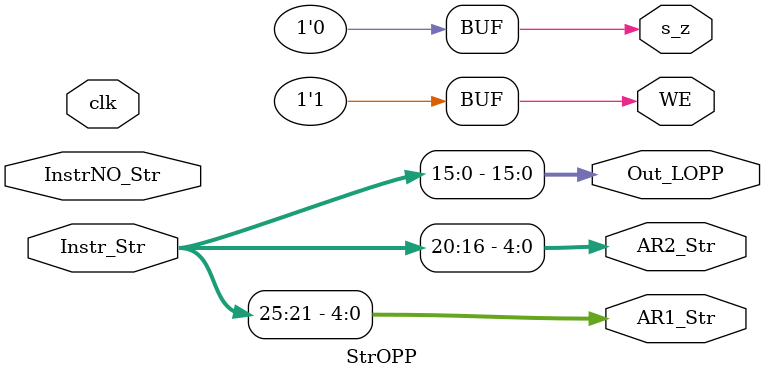
<source format=v>
`timescale 1ns/1ns
module StrOPP(
input  wire [31:0] Instr_Str,
input  wire [31:0] InstrNO_Str,

//--regfile
output reg  [4:0]  AR1_Str,
output reg  [4:0]  AR2_Str,
output reg         WE,
//--ALU
output reg  [15:0]  Out_LOPP,
output reg         s_z,
input  wire		   clk
);

always@(posedge clk)
begin
 //WE=1'b0;

end

always@(Instr_Str,InstrNO_Str)
begin
    
	  Out_LOPP = Instr_Str[15:0];
      AR1_Str  = Instr_Str[25:21];
	  AR2_Str  = Instr_Str[20:16];	
      s_z = 0; 
	  WE=1'b1;
	  
end



endmodule
</source>
